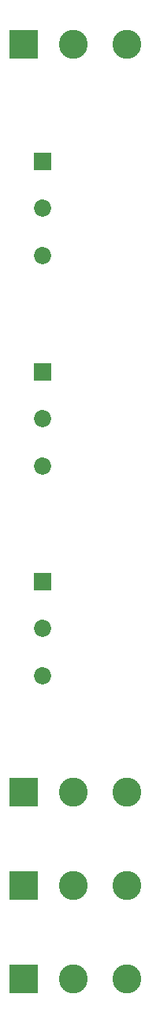
<source format=gbs>
%FSLAX33Y33*%
%MOMM*%
%AMRect-W1850000-H1850000-RO1.000*
21,1,1.85,1.85,0.,0.,180*%
%AMRect-W3100000-H3100000-RO0.500*
21,1,3.1,3.1,0.,0.,270*%
%ADD10C,1.85*%
%ADD11Rect-W1850000-H1850000-RO1.000*%
%ADD12C,3.1*%
%ADD13Rect-W3100000-H3100000-RO0.500*%
D10*
%LNbottom solder mask_traces*%
%LNbottom solder mask component 1eabe807c71095db*%
G01*
X4050Y82420D03*
X4050Y87500D03*
D11*
X4050Y92500D03*
%LNbottom solder mask component 07e3dd143db209fa*%
D12*
X7300Y105000D03*
X13100Y105000D03*
D13*
X2000Y105000D03*
%LNbottom solder mask component e6c87cb277e68129*%
D12*
X7300Y15000D03*
X13100Y15000D03*
D13*
X2000Y15000D03*
%LNbottom solder mask component e503b3f09927e44b*%
D10*
X4050Y59920D03*
X4050Y65000D03*
D11*
X4050Y70000D03*
%LNbottom solder mask component 485f527543211f1e*%
D10*
X4050Y37420D03*
X4050Y42500D03*
D11*
X4050Y47500D03*
%LNbottom solder mask component 1990b97b238ff2dc*%
D12*
X7300Y5000D03*
X13100Y5000D03*
D13*
X2000Y5000D03*
%LNbottom solder mask component 8bda31fa6598b1a2*%
D12*
X7300Y25000D03*
X13100Y25000D03*
D13*
X2000Y25000D03*
M02*
</source>
